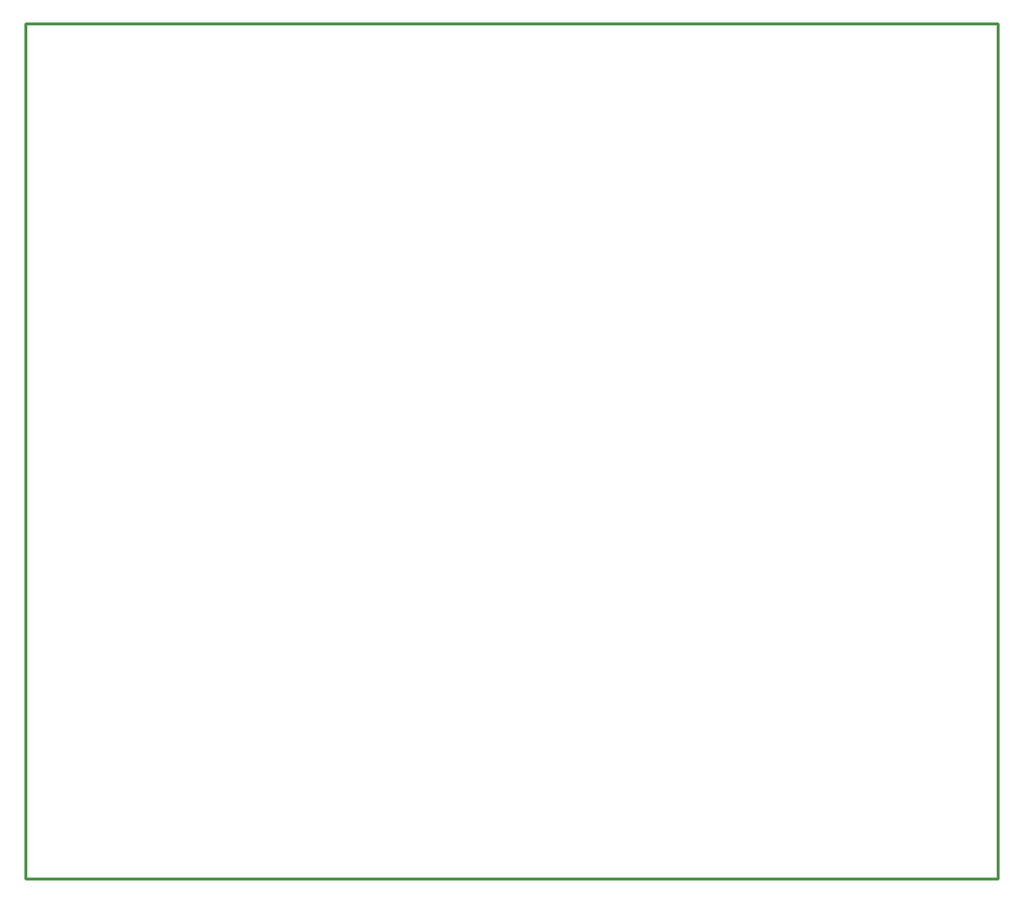
<source format=gm1>
G04*
G04 #@! TF.GenerationSoftware,Altium Limited,Altium Designer,21.6.4 (81)*
G04*
G04 Layer_Color=16711935*
%FSLAX25Y25*%
%MOIN*%
G70*
G04*
G04 #@! TF.SameCoordinates,D17E0072-19AB-4E61-9357-99CEFC96D61D*
G04*
G04*
G04 #@! TF.FilePolarity,Positive*
G04*
G01*
G75*
%ADD10C,0.01000*%
D10*
Y292000D02*
X332000D01*
X0Y0D02*
X332000D01*
X332000Y292000D02*
X332000Y0D01*
X0Y292000D02*
X0Y0D01*
M02*

</source>
